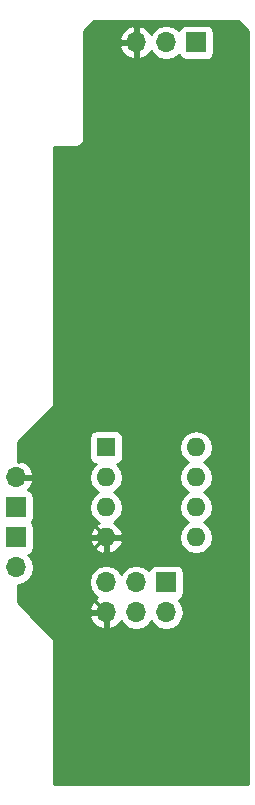
<source format=gbl>
G04 #@! TF.FileFunction,Copper,L2,Bot,Signal*
%FSLAX46Y46*%
G04 Gerber Fmt 4.6, Leading zero omitted, Abs format (unit mm)*
G04 Created by KiCad (PCBNEW 4.0.7-e2-6376~61~ubuntu18.04.1) date Tue Jan 21 21:21:50 2020*
%MOMM*%
%LPD*%
G01*
G04 APERTURE LIST*
%ADD10C,0.100000*%
%ADD11R,1.700000X1.700000*%
%ADD12O,1.700000X1.700000*%
%ADD13R,1.600000X1.600000*%
%ADD14O,1.600000X1.600000*%
%ADD15C,0.304800*%
%ADD16C,0.254000*%
G04 APERTURE END LIST*
D10*
D11*
X160020000Y-73660000D03*
D12*
X157480000Y-73660000D03*
X154940000Y-73660000D03*
D11*
X144780000Y-115570000D03*
D12*
X144780000Y-118110000D03*
D11*
X144780000Y-113030000D03*
D12*
X144780000Y-110490000D03*
D13*
X152400000Y-107950000D03*
D14*
X160020000Y-115570000D03*
X152400000Y-110490000D03*
X160020000Y-113030000D03*
X152400000Y-113030000D03*
X160020000Y-110490000D03*
X152400000Y-115570000D03*
X160020000Y-107950000D03*
D11*
X157480000Y-119380000D03*
D12*
X157480000Y-121920000D03*
X154940000Y-119380000D03*
X154940000Y-121920000D03*
X152400000Y-119380000D03*
X152400000Y-121920000D03*
D15*
X154940000Y-73660000D02*
X154940000Y-101600000D01*
X149860000Y-106680000D02*
X149860000Y-113030000D01*
X154940000Y-101600000D02*
X149860000Y-106680000D01*
X152400000Y-115570000D02*
X149860000Y-113030000D01*
X149860000Y-113030000D02*
X147320000Y-110490000D01*
X147320000Y-110490000D02*
X144780000Y-110490000D01*
X152400000Y-115570000D02*
X151130000Y-116840000D01*
X151130000Y-116840000D02*
X149860000Y-118110000D01*
X149860000Y-118110000D02*
X149860000Y-119380000D01*
X149860000Y-119380000D02*
X152400000Y-121920000D01*
D16*
G36*
X164415000Y-72673736D02*
X164415000Y-136475000D01*
X148005000Y-136475000D01*
X148005000Y-124460000D01*
X147952857Y-124197862D01*
X147804368Y-123975632D01*
X146105628Y-122276892D01*
X150958514Y-122276892D01*
X151204817Y-122801358D01*
X151633076Y-123191645D01*
X152043110Y-123361476D01*
X152273000Y-123240155D01*
X152273000Y-122047000D01*
X151079181Y-122047000D01*
X150958514Y-122276892D01*
X146105628Y-122276892D01*
X144907000Y-121078264D01*
X144907000Y-119575525D01*
X145377378Y-119481961D01*
X145573514Y-119350907D01*
X150915000Y-119350907D01*
X150915000Y-119409093D01*
X151028039Y-119977378D01*
X151349946Y-120459147D01*
X151633101Y-120648345D01*
X151633076Y-120648355D01*
X151204817Y-121038642D01*
X150958514Y-121563108D01*
X151079181Y-121793000D01*
X152273000Y-121793000D01*
X152273000Y-121773000D01*
X152527000Y-121773000D01*
X152527000Y-121793000D01*
X152547000Y-121793000D01*
X152547000Y-122047000D01*
X152527000Y-122047000D01*
X152527000Y-123240155D01*
X152756890Y-123361476D01*
X153166924Y-123191645D01*
X153595183Y-122801358D01*
X153662298Y-122658447D01*
X153889946Y-122999147D01*
X154371715Y-123321054D01*
X154940000Y-123434093D01*
X155508285Y-123321054D01*
X155990054Y-122999147D01*
X156210000Y-122669974D01*
X156429946Y-122999147D01*
X156911715Y-123321054D01*
X157480000Y-123434093D01*
X158048285Y-123321054D01*
X158530054Y-122999147D01*
X158851961Y-122517378D01*
X158965000Y-121949093D01*
X158965000Y-121890907D01*
X158851961Y-121322622D01*
X158530054Y-120840853D01*
X158528821Y-120840029D01*
X158565317Y-120833162D01*
X158781441Y-120694090D01*
X158926431Y-120481890D01*
X158977440Y-120230000D01*
X158977440Y-118530000D01*
X158933162Y-118294683D01*
X158794090Y-118078559D01*
X158581890Y-117933569D01*
X158330000Y-117882560D01*
X156630000Y-117882560D01*
X156394683Y-117926838D01*
X156178559Y-118065910D01*
X156033569Y-118278110D01*
X156019914Y-118345541D01*
X155990054Y-118300853D01*
X155508285Y-117978946D01*
X154940000Y-117865907D01*
X154371715Y-117978946D01*
X153889946Y-118300853D01*
X153670000Y-118630026D01*
X153450054Y-118300853D01*
X152968285Y-117978946D01*
X152400000Y-117865907D01*
X151831715Y-117978946D01*
X151349946Y-118300853D01*
X151028039Y-118782622D01*
X150915000Y-119350907D01*
X145573514Y-119350907D01*
X145859147Y-119160054D01*
X146181054Y-118678285D01*
X146294093Y-118110000D01*
X146181054Y-117541715D01*
X145859147Y-117059946D01*
X145817548Y-117032150D01*
X145865317Y-117023162D01*
X146081441Y-116884090D01*
X146226431Y-116671890D01*
X146277440Y-116420000D01*
X146277440Y-115919039D01*
X151008096Y-115919039D01*
X151168959Y-116307423D01*
X151544866Y-116722389D01*
X152050959Y-116961914D01*
X152273000Y-116840629D01*
X152273000Y-115697000D01*
X152527000Y-115697000D01*
X152527000Y-116840629D01*
X152749041Y-116961914D01*
X153255134Y-116722389D01*
X153631041Y-116307423D01*
X153791904Y-115919039D01*
X153669915Y-115697000D01*
X152527000Y-115697000D01*
X152273000Y-115697000D01*
X151130085Y-115697000D01*
X151008096Y-115919039D01*
X146277440Y-115919039D01*
X146277440Y-114720000D01*
X146233162Y-114484683D01*
X146112985Y-114297923D01*
X146226431Y-114131890D01*
X146277440Y-113880000D01*
X146277440Y-112180000D01*
X146233162Y-111944683D01*
X146094090Y-111728559D01*
X145881890Y-111583569D01*
X145773893Y-111561699D01*
X146051645Y-111256924D01*
X146221476Y-110846890D01*
X146100155Y-110617000D01*
X144907000Y-110617000D01*
X144907000Y-110490000D01*
X150936887Y-110490000D01*
X151046120Y-111039151D01*
X151357189Y-111504698D01*
X151739275Y-111760000D01*
X151357189Y-112015302D01*
X151046120Y-112480849D01*
X150936887Y-113030000D01*
X151046120Y-113579151D01*
X151357189Y-114044698D01*
X151761703Y-114314986D01*
X151544866Y-114417611D01*
X151168959Y-114832577D01*
X151008096Y-115220961D01*
X151130085Y-115443000D01*
X152273000Y-115443000D01*
X152273000Y-115423000D01*
X152527000Y-115423000D01*
X152527000Y-115443000D01*
X153669915Y-115443000D01*
X153791904Y-115220961D01*
X153631041Y-114832577D01*
X153255134Y-114417611D01*
X153038297Y-114314986D01*
X153442811Y-114044698D01*
X153753880Y-113579151D01*
X153863113Y-113030000D01*
X153753880Y-112480849D01*
X153442811Y-112015302D01*
X153060725Y-111760000D01*
X153442811Y-111504698D01*
X153753880Y-111039151D01*
X153863113Y-110490000D01*
X153753880Y-109940849D01*
X153442811Y-109475302D01*
X153298535Y-109378899D01*
X153435317Y-109353162D01*
X153651441Y-109214090D01*
X153796431Y-109001890D01*
X153847440Y-108750000D01*
X153847440Y-107950000D01*
X158556887Y-107950000D01*
X158666120Y-108499151D01*
X158977189Y-108964698D01*
X159359275Y-109220000D01*
X158977189Y-109475302D01*
X158666120Y-109940849D01*
X158556887Y-110490000D01*
X158666120Y-111039151D01*
X158977189Y-111504698D01*
X159359275Y-111760000D01*
X158977189Y-112015302D01*
X158666120Y-112480849D01*
X158556887Y-113030000D01*
X158666120Y-113579151D01*
X158977189Y-114044698D01*
X159359275Y-114300000D01*
X158977189Y-114555302D01*
X158666120Y-115020849D01*
X158556887Y-115570000D01*
X158666120Y-116119151D01*
X158977189Y-116584698D01*
X159442736Y-116895767D01*
X159991887Y-117005000D01*
X160048113Y-117005000D01*
X160597264Y-116895767D01*
X161062811Y-116584698D01*
X161373880Y-116119151D01*
X161483113Y-115570000D01*
X161373880Y-115020849D01*
X161062811Y-114555302D01*
X160680725Y-114300000D01*
X161062811Y-114044698D01*
X161373880Y-113579151D01*
X161483113Y-113030000D01*
X161373880Y-112480849D01*
X161062811Y-112015302D01*
X160680725Y-111760000D01*
X161062811Y-111504698D01*
X161373880Y-111039151D01*
X161483113Y-110490000D01*
X161373880Y-109940849D01*
X161062811Y-109475302D01*
X160680725Y-109220000D01*
X161062811Y-108964698D01*
X161373880Y-108499151D01*
X161483113Y-107950000D01*
X161373880Y-107400849D01*
X161062811Y-106935302D01*
X160597264Y-106624233D01*
X160048113Y-106515000D01*
X159991887Y-106515000D01*
X159442736Y-106624233D01*
X158977189Y-106935302D01*
X158666120Y-107400849D01*
X158556887Y-107950000D01*
X153847440Y-107950000D01*
X153847440Y-107150000D01*
X153803162Y-106914683D01*
X153664090Y-106698559D01*
X153451890Y-106553569D01*
X153200000Y-106502560D01*
X151600000Y-106502560D01*
X151364683Y-106546838D01*
X151148559Y-106685910D01*
X151003569Y-106898110D01*
X150952560Y-107150000D01*
X150952560Y-108750000D01*
X150996838Y-108985317D01*
X151135910Y-109201441D01*
X151348110Y-109346431D01*
X151503089Y-109377815D01*
X151357189Y-109475302D01*
X151046120Y-109940849D01*
X150936887Y-110490000D01*
X144907000Y-110490000D01*
X144907000Y-110363000D01*
X146100155Y-110363000D01*
X146221476Y-110133110D01*
X146051645Y-109723076D01*
X145661358Y-109294817D01*
X145136892Y-109048514D01*
X144907002Y-109169180D01*
X144907002Y-109005000D01*
X144907000Y-109005000D01*
X144907000Y-107521736D01*
X147804368Y-104624368D01*
X147952857Y-104402138D01*
X148005000Y-104140000D01*
X148005000Y-82473000D01*
X149860000Y-82473000D01*
X150122138Y-82420857D01*
X150344368Y-82272368D01*
X150492857Y-82050138D01*
X150545000Y-81788000D01*
X150545000Y-74016892D01*
X153498514Y-74016892D01*
X153744817Y-74541358D01*
X154173076Y-74931645D01*
X154583110Y-75101476D01*
X154813000Y-74980155D01*
X154813000Y-73787000D01*
X153619181Y-73787000D01*
X153498514Y-74016892D01*
X150545000Y-74016892D01*
X150545000Y-73303108D01*
X153498514Y-73303108D01*
X153619181Y-73533000D01*
X154813000Y-73533000D01*
X154813000Y-72339845D01*
X155067000Y-72339845D01*
X155067000Y-73533000D01*
X155087000Y-73533000D01*
X155087000Y-73787000D01*
X155067000Y-73787000D01*
X155067000Y-74980155D01*
X155296890Y-75101476D01*
X155706924Y-74931645D01*
X156135183Y-74541358D01*
X156202298Y-74398447D01*
X156429946Y-74739147D01*
X156911715Y-75061054D01*
X157480000Y-75174093D01*
X158048285Y-75061054D01*
X158530054Y-74739147D01*
X158557850Y-74697548D01*
X158566838Y-74745317D01*
X158705910Y-74961441D01*
X158918110Y-75106431D01*
X159170000Y-75157440D01*
X160870000Y-75157440D01*
X161105317Y-75113162D01*
X161321441Y-74974090D01*
X161466431Y-74761890D01*
X161517440Y-74510000D01*
X161517440Y-72810000D01*
X161473162Y-72574683D01*
X161334090Y-72358559D01*
X161121890Y-72213569D01*
X160870000Y-72162560D01*
X159170000Y-72162560D01*
X158934683Y-72206838D01*
X158718559Y-72345910D01*
X158573569Y-72558110D01*
X158559914Y-72625541D01*
X158530054Y-72580853D01*
X158048285Y-72258946D01*
X157480000Y-72145907D01*
X156911715Y-72258946D01*
X156429946Y-72580853D01*
X156202298Y-72921553D01*
X156135183Y-72778642D01*
X155706924Y-72388355D01*
X155296890Y-72218524D01*
X155067000Y-72339845D01*
X154813000Y-72339845D01*
X154583110Y-72218524D01*
X154173076Y-72388355D01*
X153744817Y-72778642D01*
X153498514Y-73303108D01*
X150545000Y-73303108D01*
X150545000Y-72673736D01*
X151413736Y-71805000D01*
X163546264Y-71805000D01*
X164415000Y-72673736D01*
X164415000Y-72673736D01*
G37*
X164415000Y-72673736D02*
X164415000Y-136475000D01*
X148005000Y-136475000D01*
X148005000Y-124460000D01*
X147952857Y-124197862D01*
X147804368Y-123975632D01*
X146105628Y-122276892D01*
X150958514Y-122276892D01*
X151204817Y-122801358D01*
X151633076Y-123191645D01*
X152043110Y-123361476D01*
X152273000Y-123240155D01*
X152273000Y-122047000D01*
X151079181Y-122047000D01*
X150958514Y-122276892D01*
X146105628Y-122276892D01*
X144907000Y-121078264D01*
X144907000Y-119575525D01*
X145377378Y-119481961D01*
X145573514Y-119350907D01*
X150915000Y-119350907D01*
X150915000Y-119409093D01*
X151028039Y-119977378D01*
X151349946Y-120459147D01*
X151633101Y-120648345D01*
X151633076Y-120648355D01*
X151204817Y-121038642D01*
X150958514Y-121563108D01*
X151079181Y-121793000D01*
X152273000Y-121793000D01*
X152273000Y-121773000D01*
X152527000Y-121773000D01*
X152527000Y-121793000D01*
X152547000Y-121793000D01*
X152547000Y-122047000D01*
X152527000Y-122047000D01*
X152527000Y-123240155D01*
X152756890Y-123361476D01*
X153166924Y-123191645D01*
X153595183Y-122801358D01*
X153662298Y-122658447D01*
X153889946Y-122999147D01*
X154371715Y-123321054D01*
X154940000Y-123434093D01*
X155508285Y-123321054D01*
X155990054Y-122999147D01*
X156210000Y-122669974D01*
X156429946Y-122999147D01*
X156911715Y-123321054D01*
X157480000Y-123434093D01*
X158048285Y-123321054D01*
X158530054Y-122999147D01*
X158851961Y-122517378D01*
X158965000Y-121949093D01*
X158965000Y-121890907D01*
X158851961Y-121322622D01*
X158530054Y-120840853D01*
X158528821Y-120840029D01*
X158565317Y-120833162D01*
X158781441Y-120694090D01*
X158926431Y-120481890D01*
X158977440Y-120230000D01*
X158977440Y-118530000D01*
X158933162Y-118294683D01*
X158794090Y-118078559D01*
X158581890Y-117933569D01*
X158330000Y-117882560D01*
X156630000Y-117882560D01*
X156394683Y-117926838D01*
X156178559Y-118065910D01*
X156033569Y-118278110D01*
X156019914Y-118345541D01*
X155990054Y-118300853D01*
X155508285Y-117978946D01*
X154940000Y-117865907D01*
X154371715Y-117978946D01*
X153889946Y-118300853D01*
X153670000Y-118630026D01*
X153450054Y-118300853D01*
X152968285Y-117978946D01*
X152400000Y-117865907D01*
X151831715Y-117978946D01*
X151349946Y-118300853D01*
X151028039Y-118782622D01*
X150915000Y-119350907D01*
X145573514Y-119350907D01*
X145859147Y-119160054D01*
X146181054Y-118678285D01*
X146294093Y-118110000D01*
X146181054Y-117541715D01*
X145859147Y-117059946D01*
X145817548Y-117032150D01*
X145865317Y-117023162D01*
X146081441Y-116884090D01*
X146226431Y-116671890D01*
X146277440Y-116420000D01*
X146277440Y-115919039D01*
X151008096Y-115919039D01*
X151168959Y-116307423D01*
X151544866Y-116722389D01*
X152050959Y-116961914D01*
X152273000Y-116840629D01*
X152273000Y-115697000D01*
X152527000Y-115697000D01*
X152527000Y-116840629D01*
X152749041Y-116961914D01*
X153255134Y-116722389D01*
X153631041Y-116307423D01*
X153791904Y-115919039D01*
X153669915Y-115697000D01*
X152527000Y-115697000D01*
X152273000Y-115697000D01*
X151130085Y-115697000D01*
X151008096Y-115919039D01*
X146277440Y-115919039D01*
X146277440Y-114720000D01*
X146233162Y-114484683D01*
X146112985Y-114297923D01*
X146226431Y-114131890D01*
X146277440Y-113880000D01*
X146277440Y-112180000D01*
X146233162Y-111944683D01*
X146094090Y-111728559D01*
X145881890Y-111583569D01*
X145773893Y-111561699D01*
X146051645Y-111256924D01*
X146221476Y-110846890D01*
X146100155Y-110617000D01*
X144907000Y-110617000D01*
X144907000Y-110490000D01*
X150936887Y-110490000D01*
X151046120Y-111039151D01*
X151357189Y-111504698D01*
X151739275Y-111760000D01*
X151357189Y-112015302D01*
X151046120Y-112480849D01*
X150936887Y-113030000D01*
X151046120Y-113579151D01*
X151357189Y-114044698D01*
X151761703Y-114314986D01*
X151544866Y-114417611D01*
X151168959Y-114832577D01*
X151008096Y-115220961D01*
X151130085Y-115443000D01*
X152273000Y-115443000D01*
X152273000Y-115423000D01*
X152527000Y-115423000D01*
X152527000Y-115443000D01*
X153669915Y-115443000D01*
X153791904Y-115220961D01*
X153631041Y-114832577D01*
X153255134Y-114417611D01*
X153038297Y-114314986D01*
X153442811Y-114044698D01*
X153753880Y-113579151D01*
X153863113Y-113030000D01*
X153753880Y-112480849D01*
X153442811Y-112015302D01*
X153060725Y-111760000D01*
X153442811Y-111504698D01*
X153753880Y-111039151D01*
X153863113Y-110490000D01*
X153753880Y-109940849D01*
X153442811Y-109475302D01*
X153298535Y-109378899D01*
X153435317Y-109353162D01*
X153651441Y-109214090D01*
X153796431Y-109001890D01*
X153847440Y-108750000D01*
X153847440Y-107950000D01*
X158556887Y-107950000D01*
X158666120Y-108499151D01*
X158977189Y-108964698D01*
X159359275Y-109220000D01*
X158977189Y-109475302D01*
X158666120Y-109940849D01*
X158556887Y-110490000D01*
X158666120Y-111039151D01*
X158977189Y-111504698D01*
X159359275Y-111760000D01*
X158977189Y-112015302D01*
X158666120Y-112480849D01*
X158556887Y-113030000D01*
X158666120Y-113579151D01*
X158977189Y-114044698D01*
X159359275Y-114300000D01*
X158977189Y-114555302D01*
X158666120Y-115020849D01*
X158556887Y-115570000D01*
X158666120Y-116119151D01*
X158977189Y-116584698D01*
X159442736Y-116895767D01*
X159991887Y-117005000D01*
X160048113Y-117005000D01*
X160597264Y-116895767D01*
X161062811Y-116584698D01*
X161373880Y-116119151D01*
X161483113Y-115570000D01*
X161373880Y-115020849D01*
X161062811Y-114555302D01*
X160680725Y-114300000D01*
X161062811Y-114044698D01*
X161373880Y-113579151D01*
X161483113Y-113030000D01*
X161373880Y-112480849D01*
X161062811Y-112015302D01*
X160680725Y-111760000D01*
X161062811Y-111504698D01*
X161373880Y-111039151D01*
X161483113Y-110490000D01*
X161373880Y-109940849D01*
X161062811Y-109475302D01*
X160680725Y-109220000D01*
X161062811Y-108964698D01*
X161373880Y-108499151D01*
X161483113Y-107950000D01*
X161373880Y-107400849D01*
X161062811Y-106935302D01*
X160597264Y-106624233D01*
X160048113Y-106515000D01*
X159991887Y-106515000D01*
X159442736Y-106624233D01*
X158977189Y-106935302D01*
X158666120Y-107400849D01*
X158556887Y-107950000D01*
X153847440Y-107950000D01*
X153847440Y-107150000D01*
X153803162Y-106914683D01*
X153664090Y-106698559D01*
X153451890Y-106553569D01*
X153200000Y-106502560D01*
X151600000Y-106502560D01*
X151364683Y-106546838D01*
X151148559Y-106685910D01*
X151003569Y-106898110D01*
X150952560Y-107150000D01*
X150952560Y-108750000D01*
X150996838Y-108985317D01*
X151135910Y-109201441D01*
X151348110Y-109346431D01*
X151503089Y-109377815D01*
X151357189Y-109475302D01*
X151046120Y-109940849D01*
X150936887Y-110490000D01*
X144907000Y-110490000D01*
X144907000Y-110363000D01*
X146100155Y-110363000D01*
X146221476Y-110133110D01*
X146051645Y-109723076D01*
X145661358Y-109294817D01*
X145136892Y-109048514D01*
X144907002Y-109169180D01*
X144907002Y-109005000D01*
X144907000Y-109005000D01*
X144907000Y-107521736D01*
X147804368Y-104624368D01*
X147952857Y-104402138D01*
X148005000Y-104140000D01*
X148005000Y-82473000D01*
X149860000Y-82473000D01*
X150122138Y-82420857D01*
X150344368Y-82272368D01*
X150492857Y-82050138D01*
X150545000Y-81788000D01*
X150545000Y-74016892D01*
X153498514Y-74016892D01*
X153744817Y-74541358D01*
X154173076Y-74931645D01*
X154583110Y-75101476D01*
X154813000Y-74980155D01*
X154813000Y-73787000D01*
X153619181Y-73787000D01*
X153498514Y-74016892D01*
X150545000Y-74016892D01*
X150545000Y-73303108D01*
X153498514Y-73303108D01*
X153619181Y-73533000D01*
X154813000Y-73533000D01*
X154813000Y-72339845D01*
X155067000Y-72339845D01*
X155067000Y-73533000D01*
X155087000Y-73533000D01*
X155087000Y-73787000D01*
X155067000Y-73787000D01*
X155067000Y-74980155D01*
X155296890Y-75101476D01*
X155706924Y-74931645D01*
X156135183Y-74541358D01*
X156202298Y-74398447D01*
X156429946Y-74739147D01*
X156911715Y-75061054D01*
X157480000Y-75174093D01*
X158048285Y-75061054D01*
X158530054Y-74739147D01*
X158557850Y-74697548D01*
X158566838Y-74745317D01*
X158705910Y-74961441D01*
X158918110Y-75106431D01*
X159170000Y-75157440D01*
X160870000Y-75157440D01*
X161105317Y-75113162D01*
X161321441Y-74974090D01*
X161466431Y-74761890D01*
X161517440Y-74510000D01*
X161517440Y-72810000D01*
X161473162Y-72574683D01*
X161334090Y-72358559D01*
X161121890Y-72213569D01*
X160870000Y-72162560D01*
X159170000Y-72162560D01*
X158934683Y-72206838D01*
X158718559Y-72345910D01*
X158573569Y-72558110D01*
X158559914Y-72625541D01*
X158530054Y-72580853D01*
X158048285Y-72258946D01*
X157480000Y-72145907D01*
X156911715Y-72258946D01*
X156429946Y-72580853D01*
X156202298Y-72921553D01*
X156135183Y-72778642D01*
X155706924Y-72388355D01*
X155296890Y-72218524D01*
X155067000Y-72339845D01*
X154813000Y-72339845D01*
X154583110Y-72218524D01*
X154173076Y-72388355D01*
X153744817Y-72778642D01*
X153498514Y-73303108D01*
X150545000Y-73303108D01*
X150545000Y-72673736D01*
X151413736Y-71805000D01*
X163546264Y-71805000D01*
X164415000Y-72673736D01*
M02*

</source>
